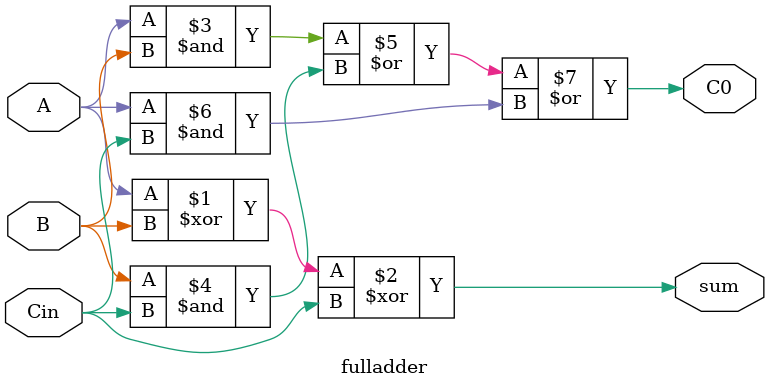
<source format=v>
`timescale 1ns / 1ps
module fulladder(A,B,Cin,sum,C0);
input A,B,Cin;
output sum,C0;
assign sum=A^B^Cin;
assign C0=(A&B)|(B&Cin)|(A&Cin);
endmodule

</source>
